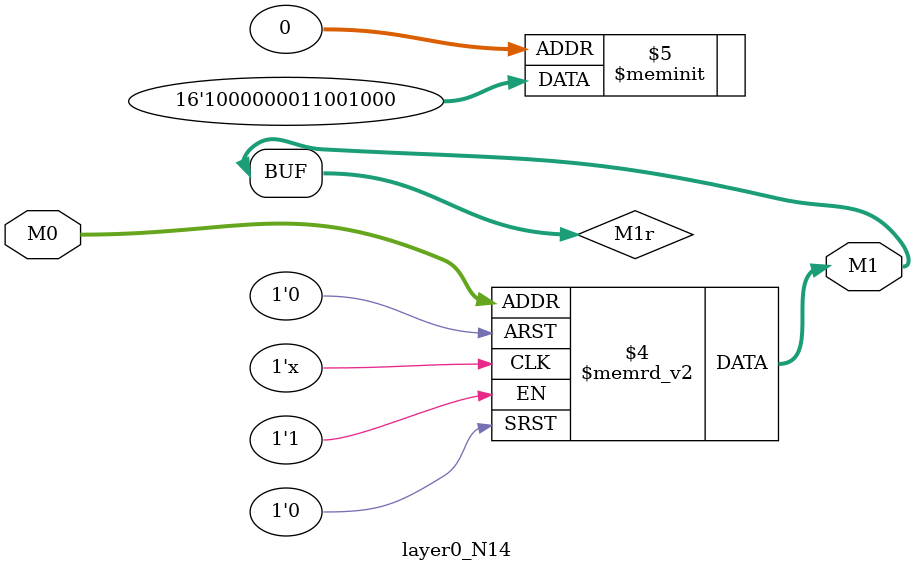
<source format=v>
module layer0_N14 ( input [2:0] M0, output [1:0] M1 );

	(*rom_style = "distributed" *) reg [1:0] M1r;
	assign M1 = M1r;
	always @ (M0) begin
		case (M0)
			3'b000: M1r = 2'b00;
			3'b100: M1r = 2'b00;
			3'b010: M1r = 2'b00;
			3'b110: M1r = 2'b00;
			3'b001: M1r = 2'b10;
			3'b101: M1r = 2'b00;
			3'b011: M1r = 2'b11;
			3'b111: M1r = 2'b10;

		endcase
	end
endmodule

</source>
